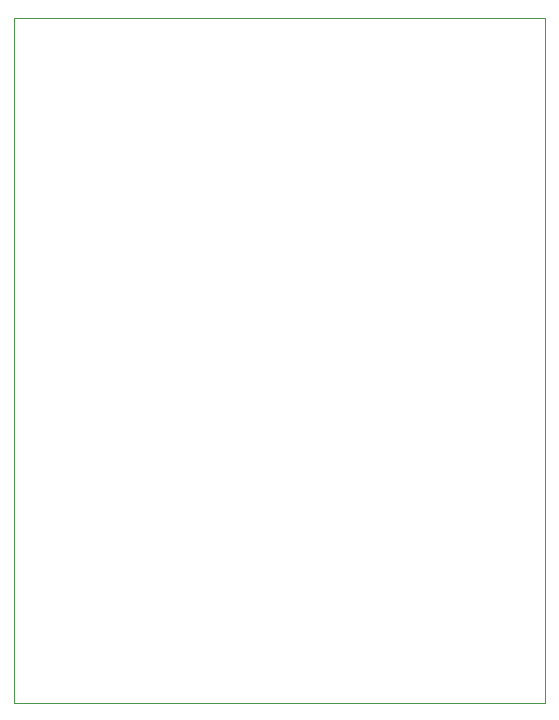
<source format=gbr>
G04 #@! TF.GenerationSoftware,KiCad,Pcbnew,5.1.5-52549c5~84~ubuntu18.04.1*
G04 #@! TF.CreationDate,2020-07-05T07:12:52-04:00*
G04 #@! TF.ProjectId,Suboscillator,5375626f-7363-4696-9c6c-61746f722e6b,rev?*
G04 #@! TF.SameCoordinates,Original*
G04 #@! TF.FileFunction,Profile,NP*
%FSLAX46Y46*%
G04 Gerber Fmt 4.6, Leading zero omitted, Abs format (unit mm)*
G04 Created by KiCad (PCBNEW 5.1.5-52549c5~84~ubuntu18.04.1) date 2020-07-05 07:12:52*
%MOMM*%
%LPD*%
G04 APERTURE LIST*
%ADD10C,0.050000*%
G04 APERTURE END LIST*
D10*
X172000000Y-92000000D02*
X127000000Y-92000000D01*
X172000000Y-34000000D02*
X172000000Y-92000000D01*
X127000000Y-34000000D02*
X172000000Y-34000000D01*
X127000000Y-92000000D02*
X127000000Y-34000000D01*
M02*

</source>
